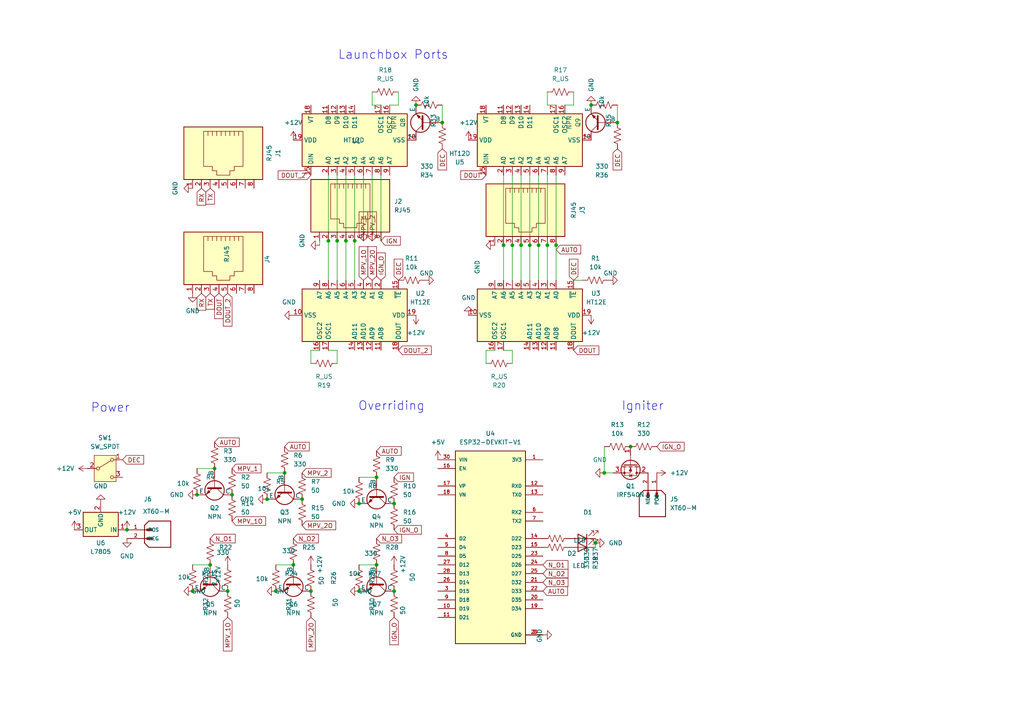
<source format=kicad_sch>
(kicad_sch (version 20250114) (generator "eeschema") (generator_version "9.0")
  (paper "A4")
  (lib_symbols
    (symbol "Connector:RJ45" (pin_names (offset 1.016))
      (property "Reference" "J" (at -5.08 13.97 0))
      (property "Value" "RJ45" (at 2.54 13.97 0))
      (symbol "RJ45_1_1"
        (pin passive line (at 10.16 10.16 180) (length 2.54) (name "~") (number "8"))
        (pin passive line (at 10.16 7.62 180) (length 2.54) (name "~") (number "7"))
        (pin passive line (at 10.16 5.08 180) (length 2.54) (name "~") (number "6"))
        (pin passive line (at 10.16 2.54 180) (length 2.54) (name "~") (number "5"))
        (pin passive line (at 10.16 0 180) (length 2.54) (name "~") (number "4"))
        (pin passive line (at 10.16 -2.54 180) (length 2.54) (name "~") (number "3"))
        (pin passive line (at 10.16 -5.08 180) (length 2.54) (name "~") (number "2"))
        (pin passive line (at 10.16 -7.62 180) (length 2.54) (name "~") (number "1"))
      )
    )
    (symbol "Device:LED" (pin_numbers (hide yes)) (pin_names (offset 1.016) (hide yes))
      (property "Reference" "D" (at 0 2.54 0))
      (property "Value" "LED" (at 0 -2.54 0))
      (symbol "LED_1_1"
        (pin passive line (at -3.81 0 0) (length 2.54) (name "K") (number "1"))
        (pin passive line (at 3.81 0 180) (length 2.54) (name "A") (number "2"))
      )
    )
    (symbol "Device:R_US" (pin_numbers (hide yes)) (pin_names (offset 0))
      (property "Reference" "R" (at 2.54 0 90))
      (property "Value" "R_US" (at -2.54 0 90))
      (symbol "R_US_1_1"
        (pin passive line (at 0 3.81 270) (length 1.27) (name "~") (number "1"))
        (pin passive line (at 0 -3.81 90) (length 1.27) (name "~") (number "2"))
      )
    )
    (symbol "GND_8" (power) (pin_names (offset 0))
      (property "Value" "GND_8" (at 0 -3.81 0))
      (symbol "GND_8_1_1"
        (pin power_in line (at 0 0 270) (length 0) (hide yes) (name "GND") (number "1"))
      )
    )
    (symbol "Interface:HT12D"
      (property "Reference" "U" (at -6.35 16.51 0))
      (property "Value" "HT12D" (at 6.35 16.51 0))
      (symbol "HT12D_1_1"
        (pin input line (at -10.16 12.7 0) (length 2.54) (name "DIN") (number "15"))
        (pin input line (at -10.16 7.62 0) (length 2.54) (name "A0") (number "2"))
        (pin input line (at -10.16 5.08 0) (length 2.54) (name "A1") (number "3"))
        (pin input line (at -10.16 2.54 0) (length 2.54) (name "A2") (number "4"))
        (pin input line (at -10.16 0 0) (length 2.54) (name "A3") (number "5"))
        (pin input line (at -10.16 -2.54 0) (length 2.54) (name "A4") (number "6"))
        (pin input line (at -10.16 -5.08 0) (length 2.54) (name "A5") (number "7"))
        (pin input line (at -10.16 -7.62 0) (length 2.54) (name "A6") (number "8"))
        (pin input line (at -10.16 -10.16 0) (length 2.54) (name "A7") (number "9"))
        (pin power_in line (at 0 17.78 270) (length 2.54) (name "VDD") (number "19"))
        (pin power_in line (at 0 -17.78 90) (length 2.54) (name "VSS") (number "10"))
        (pin no_connect line (at 7.62 -2.54 180) (length 2.54) (hide yes) (name "NC") (number "1"))
        (pin no_connect line (at 7.62 -5.08 180) (length 2.54) (hide yes) (name "NC") (number "20"))
        (pin output line (at 10.16 12.7 180) (length 2.54) (name "VT") (number "18"))
        (pin output line (at 10.16 7.62 180) (length 2.54) (name "D8") (number "11"))
        (pin output line (at 10.16 5.08 180) (length 2.54) (name "D9") (number "12"))
        (pin output line (at 10.16 2.54 180) (length 2.54) (name "D10") (number "13"))
        (pin output line (at 10.16 0 180) (length 2.54) (name "D11") (number "14"))
        (pin input line (at 10.16 -7.62 180) (length 2.54) (name "OSC1") (number "17"))
        (pin output line (at 10.16 -10.16 180) (length 2.54) (name "OSC2") (number "16"))
      )
    )
    (symbol "Interface:HT12E"
      (property "Reference" "U" (at -6.35 16.51 0))
      (property "Value" "HT12E" (at 6.35 16.51 0))
      (symbol "HT12E_1_1"
        (pin input line (at -10.16 12.7 0) (length 2.54) (name "~{TE}") (number "15"))
        (pin input line (at -10.16 7.62 0) (length 2.54) (name "A0") (number "2"))
        (pin input line (at -10.16 5.08 0) (length 2.54) (name "A1") (number "3"))
        (pin input line (at -10.16 2.54 0) (length 2.54) (name "A2") (number "4"))
        (pin input line (at -10.16 0 0) (length 2.54) (name "A3") (number "5"))
        (pin input line (at -10.16 -2.54 0) (length 2.54) (name "A4") (number "6"))
        (pin input line (at -10.16 -5.08 0) (length 2.54) (name "A5") (number "7"))
        (pin input line (at -10.16 -7.62 0) (length 2.54) (name "A6") (number "8"))
        (pin input line (at -10.16 -10.16 0) (length 2.54) (name "A7") (number "9"))
        (pin power_in line (at 0 17.78 270) (length 2.54) (name "VDD") (number "19"))
        (pin power_in line (at 0 -17.78 90) (length 2.54) (name "VSS") (number "10"))
        (pin no_connect line (at 7.62 -2.54 180) (length 2.54) (hide yes) (name "NC") (number "1"))
        (pin no_connect line (at 7.62 -5.08 180) (length 2.54) (hide yes) (name "NC") (number "20"))
        (pin output line (at 10.16 12.7 180) (length 2.54) (name "DOUT") (number "18"))
        (pin output line (at 10.16 7.62 180) (length 2.54) (name "AD8") (number "11"))
        (pin output line (at 10.16 5.08 180) (length 2.54) (name "AD9") (number "12"))
        (pin output line (at 10.16 2.54 180) (length 2.54) (name "AD10") (number "13"))
        (pin output line (at 10.16 0 180) (length 2.54) (name "AD11") (number "14"))
        (pin input line (at 10.16 -7.62 180) (length 2.54) (name "OSC1") (number "17"))
        (pin output line (at 10.16 -10.16 180) (length 2.54) (name "OSC2") (number "16"))
      )
    )
    (symbol "LaunchboxPCBLib:XT60-M" (pin_names (offset 1.016))
      (property "Reference" "J2" (at -3.81 7.62 0))
      (property "Value" "XT60-M" (at -3.81 5.08 0))
      (symbol "XT60-M_0_0"
        (pin passive line (at -5.08 2.54 0) (length 5.08) (name "POS") (number "1"))
        (pin passive line (at -5.08 0 0) (length 5.08) (name "NEG") (number "2"))
      )
    )
    (symbol "MyLibrary:ESP32-DEVKIT-V1" (pin_names (offset 1.016))
      (property "Reference" "U" (at -10.16 30.48 0))
      (property "Value" "ESP32-DEVKIT-V1" (at -10.16 -30.48 0))
      (symbol "ESP32-DEVKIT-V1_0_0"
        (pin input line (at -15.24 25.4 0) (length 5.08) (name "VIN") (number "30"))
        (pin input line (at -15.24 22.86 0) (length 5.08) (name "EN") (number "16"))
        (pin bidirectional line (at -15.24 17.78 0) (length 5.08) (name "VP") (number "17"))
        (pin bidirectional line (at -15.24 15.24 0) (length 5.08) (name "VN") (number "18"))
        (pin bidirectional line (at -15.24 2.54 0) (length 5.08) (name "D2") (number "4"))
        (pin bidirectional line (at -15.24 0 0) (length 5.08) (name "D4") (number "5"))
        (pin bidirectional line (at -15.24 -2.54 0) (length 5.08) (name "D5") (number "8"))
        (pin bidirectional line (at -15.24 -5.08 0) (length 5.08) (name "D12") (number "27"))
        (pin bidirectional line (at -15.24 -7.62 0) (length 5.08) (name "D13") (number "28"))
        (pin bidirectional line (at -15.24 -10.16 0) (length 5.08) (name "D14") (number "26"))
        (pin bidirectional line (at -15.24 -12.7 0) (length 5.08) (name "D15") (number "3"))
        (pin bidirectional line (at -15.24 -15.24 0) (length 5.08) (name "D18") (number "9"))
        (pin bidirectional line (at -15.24 -17.78 0) (length 5.08) (name "D19") (number "10"))
        (pin bidirectional line (at -15.24 -20.32 0) (length 5.08) (name "D21") (number "11"))
        (pin output line (at 15.24 25.4 180) (length 5.08) (name "3V3") (number "1"))
        (pin input line (at 15.24 17.78 180) (length 5.08) (name "RX0") (number "12"))
        (pin output line (at 15.24 15.24 180) (length 5.08) (name "TX0") (number "13"))
        (pin input line (at 15.24 10.16 180) (length 5.08) (name "RX2") (number "6"))
        (pin output line (at 15.24 7.62 180) (length 5.08) (name "TX2") (number "7"))
        (pin bidirectional line (at 15.24 2.54 180) (length 5.08) (name "D22") (number "14"))
        (pin bidirectional line (at 15.24 0 180) (length 5.08) (name "D23") (number "15"))
        (pin bidirectional line (at 15.24 -2.54 180) (length 5.08) (name "D25") (number "23"))
        (pin bidirectional line (at 15.24 -5.08 180) (length 5.08) (name "D26") (number "24"))
        (pin bidirectional line (at 15.24 -7.62 180) (length 5.08) (name "D27") (number "25"))
        (pin bidirectional line (at 15.24 -10.16 180) (length 5.08) (name "D32") (number "21"))
        (pin bidirectional line (at 15.24 -12.7 180) (length 5.08) (name "D33") (number "22"))
        (pin bidirectional line (at 15.24 -15.24 180) (length 5.08) (name "D35") (number "20"))
        (pin bidirectional line (at 15.24 -17.78 180) (length 5.08) (name "D34") (number "19"))
        (pin power_in line (at 15.24 -25.4 180) (length 5.08) (name "GND") (number "2"))
        (pin power_in line (at 15.24 -25.4 180) (length 5.08) (name "GND") (number "29"))
      )
    )
    (symbol "Regulator_Linear:L7805" (pin_names (offset 0.254))
      (property "Reference" "U" (at -3.81 3.175 0))
      (property "Value" "L7805" (at 0 3.175 0))
      (symbol "L7805_1_1"
        (pin power_in line (at -7.62 0 0) (length 2.54) (name "IN") (number "1"))
        (pin power_in line (at 0 -7.62 90) (length 2.54) (name "GND") (number "2"))
        (pin power_out line (at 7.62 0 180) (length 2.54) (name "OUT") (number "3"))
      )
    )
    (symbol "Simulation_SPICE:NPN" (pin_numbers (hide yes)) (pin_names (offset 0))
      (property "Reference" "Q" (at -2.54 7.62 0))
      (property "Value" "NPN" (at -2.54 5.08 0))
      (symbol "NPN_1_1"
        (pin input line (at -5.08 0 0) (length 2.54) (name "B") (number "2"))
        (pin open_collector line (at 2.54 5.08 270) (length 2.54) (name "C") (number "1"))
        (pin open_emitter line (at 2.54 -5.08 90) (length 2.54) (name "E") (number "3"))
      )
    )
    (symbol "Switch:SW_SPDT" (pin_names (offset 0) (hide yes))
      (property "Reference" "SW" (at 0 5.08 0))
      (property "Value" "SW_SPDT" (at 0 -5.08 0))
      (symbol "SW_SPDT_1_1"
        (pin passive line (at -5.08 0 0) (length 2.54) (name "B") (number "2"))
        (pin passive line (at 5.08 2.54 180) (length 2.54) (name "A") (number "1"))
        (pin passive line (at 5.08 -2.54 180) (length 2.54) (name "C") (number "3"))
      )
    )
    (symbol "Transistor_FET:IRF540N" (pin_names (hide yes))
      (property "Reference" "Q" (at 5.08 1.905 0))
      (property "Value" "IRF540N" (at 5.08 0 0))
      (symbol "IRF540N_1_1"
        (pin input line (at -5.08 0 0) (length 2.54) (name "G") (number "1"))
        (pin passive line (at 2.54 5.08 270) (length 2.54) (name "D") (number "2"))
        (pin passive line (at 2.54 -5.08 90) (length 2.54) (name "S") (number "3"))
      )
    )
    (symbol "power:+12V" (power) (pin_numbers (hide yes)) (pin_names (offset 0) (hide yes))
      (property "Value" "+12V" (at 0 3.556 0))
      (symbol "+12V_1_1"
        (pin power_in line (at 0 0 90) (length 0) (name "~") (number "1"))
      )
    )
    (symbol "power:+5V" (power) (pin_numbers (hide yes)) (pin_names (offset 0) (hide yes))
      (property "Value" "+5V" (at 0 3.556 0))
      (symbol "+5V_1_1"
        (pin power_in line (at 0 0 90) (length 0) (name "~") (number "1"))
      )
    )
    (symbol "power:GND" (power) (pin_numbers (hide yes)) (pin_names (offset 0) (hide yes))
      (property "Value" "GND" (at 0 -3.81 0))
      (symbol "GND_1_1"
        (pin power_in line (at 0 0 270) (length 0) (name "~") (number "1"))
      )
    )
  )
  (text "Power" (at 32.004 118.364 0) (effects (font (size 2.54 2.54))))
  (text "Igniter\n" (at 186.436 117.856 0) (effects (font (size 2.54 2.54))))
  (text "Overriding" (at 113.538 117.856 0) (effects (font (size 2.54 2.54))))
  (text "Launchbox Ports" (at 114.046 16.002 0) (effects (font (size 2.54 2.54))))
  (junction (at 36.83 153.67))
  (junction (at 67.31 143.51))
  (junction (at 82.55 137.16))
  (junction (at 102.87 69.85))
  (junction (at 97.79 69.85))
  (junction (at 104.14 171.45))
  (junction (at 104.14 146.05))
  (junction (at 146.05 71.12))
  (junction (at 55.88 171.45))
  (junction (at 90.17 171.45))
  (junction (at 62.23 135.89))
  (junction (at 80.01 171.45))
  (junction (at 87.63 144.78))
  (junction (at 175.26 137.16))
  (junction (at 120.65 30.48))
  (junction (at 172.72 157.48))
  (junction (at 66.04 171.45))
  (junction (at 60.96 163.83))
  (junction (at 148.59 71.12))
  (junction (at 128.27 35.56))
  (junction (at 85.09 163.83))
  (junction (at 95.25 69.85))
  (junction (at 161.29 71.12))
  (junction (at 114.3 171.45))
  (junction (at 114.3 146.05))
  (junction (at 153.67 71.12))
  (junction (at 179.07 35.56))
  (junction (at 151.13 71.12))
  (junction (at 158.75 71.12))
  (junction (at 109.22 138.43))
  (junction (at 100.33 69.85))
  (junction (at 156.21 71.12))
  (junction (at 182.88 129.54))
  (junction (at 77.47 144.78))
  (junction (at 57.15 143.51))
  (junction (at 109.22 163.83))
  (junction (at 171.45 30.48))
  (wire (pts (xy 146.05 101.6) (xy 148.59 101.6)))
  (wire (pts (xy 77.47 137.16) (xy 82.55 137.16)))
  (wire (pts (xy 100.33 69.85) (xy 100.33 81.28)))
  (wire (pts (xy 158.75 50.8) (xy 158.75 71.12)))
  (wire (pts (xy 148.59 50.8) (xy 148.59 71.12)))
  (wire (pts (xy 90.17 101.6) (xy 90.17 105.41)))
  (wire (pts (xy 163.83 30.48) (xy 166.37 30.48)))
  (wire (pts (xy 172.72 156.21) (xy 172.72 157.48)))
  (wire (pts (xy 153.67 71.12) (xy 153.67 81.28)))
  (wire (pts (xy 92.71 101.6) (xy 90.17 101.6)))
  (wire (pts (xy 148.59 101.6) (xy 148.59 105.41)))
  (wire (pts (xy 107.95 30.48) (xy 107.95 26.67)))
  (wire (pts (xy 151.13 71.12) (xy 151.13 81.28)))
  (wire (pts (xy 140.97 101.6) (xy 140.97 105.41)))
  (wire (pts (xy 102.87 69.85) (xy 102.87 81.28)))
  (wire (pts (xy 92.71 69.85) (xy 92.71 71.12)))
  (wire (pts (xy 172.72 157.48) (xy 172.72 158.75)))
  (wire (pts (xy 110.49 50.8) (xy 110.49 69.85)))
  (wire (pts (xy 161.29 50.8) (xy 161.29 71.12)))
  (wire (pts (xy 107.95 50.8) (xy 107.95 69.85)))
  (wire (pts (xy 158.75 71.12) (xy 158.75 81.28)))
  (wire (pts (xy 153.67 50.8) (xy 153.67 71.12)))
  (wire (pts (xy 158.75 30.48) (xy 158.75 26.67)))
  (wire (pts (xy 161.29 71.12) (xy 161.29 81.28)))
  (wire (pts (xy 105.41 50.8) (xy 105.41 69.85)))
  (wire (pts (xy 115.57 30.48) (xy 115.57 26.67)))
  (wire (pts (xy 175.26 129.54) (xy 175.26 137.16)))
  (wire (pts (xy 97.79 69.85) (xy 97.79 81.28)))
  (wire (pts (xy 161.29 30.48) (xy 158.75 30.48)))
  (wire (pts (xy 95.25 101.6) (xy 97.79 101.6)))
  (wire (pts (xy 104.14 138.43) (xy 109.22 138.43)))
  (wire (pts (xy 95.25 69.85) (xy 95.25 81.28)))
  (wire (pts (xy 95.25 50.8) (xy 95.25 69.85)))
  (wire (pts (xy 146.05 50.8) (xy 146.05 71.12)))
  (wire (pts (xy 151.13 50.8) (xy 151.13 71.12)))
  (wire (pts (xy 168.91 81.28) (xy 166.37 81.28)))
  (wire (pts (xy 179.07 30.48) (xy 179.07 35.56)))
  (wire (pts (xy 80.01 163.83) (xy 85.09 163.83)))
  (wire (pts (xy 156.21 71.12) (xy 156.21 81.28)))
  (wire (pts (xy 166.37 30.48) (xy 166.37 26.67)))
  (wire (pts (xy 128.27 30.48) (xy 128.27 35.56)))
  (wire (pts (xy 148.59 71.12) (xy 148.59 81.28)))
  (wire (pts (xy 110.49 30.48) (xy 107.95 30.48)))
  (wire (pts (xy 102.87 50.8) (xy 102.87 69.85)))
  (wire (pts (xy 100.33 50.8) (xy 100.33 69.85)))
  (wire (pts (xy 143.51 101.6) (xy 140.97 101.6)))
  (wire (pts (xy 175.26 137.16) (xy 177.8 137.16)))
  (wire (pts (xy 55.88 163.83) (xy 60.96 163.83)))
  (wire (pts (xy 104.14 163.83) (xy 109.22 163.83)))
  (wire (pts (xy 113.03 30.48) (xy 115.57 30.48)))
  (wire (pts (xy 97.79 101.6) (xy 97.79 105.41)))
  (wire (pts (xy 156.21 50.8) (xy 156.21 71.12)))
  (wire (pts (xy 97.79 50.8) (xy 97.79 69.85)))
  (wire (pts (xy 146.05 71.12) (xy 146.05 81.28)))
  (wire (pts (xy 57.15 135.89) (xy 62.23 135.89)))
  (global_label "AUTO" (shape input) (at 157.48 171.45 0) (property "Intersheetrefs" "${INTERSHEET_REFS}" (effects (hide yes))))
  (global_label "IGN_O" (shape input) (at 110.49 81.28 90) (property "Intersheetrefs" "${INTERSHEET_REFS}" (effects (hide yes))))
  (global_label "RX" (shape input) (at 58.42 54.61 270) (property "Intersheetrefs" "${INTERSHEET_REFS}" (effects (hide yes))))
  (global_label "TX" (shape input) (at 60.96 54.61 270) (property "Intersheetrefs" "${INTERSHEET_REFS}" (effects (hide yes))))
  (global_label "DOUT_2" (shape input) (at 115.57 101.6 0) (property "Intersheetrefs" "${INTERSHEET_REFS}" (effects (hide yes))))
  (global_label "AUTO" (shape input) (at 109.22 130.81 0) (property "Intersheetrefs" "${INTERSHEET_REFS}" (effects (hide yes))))
  (global_label "IGN_O" (shape input) (at 114.3 179.07 270) (property "Intersheetrefs" "${INTERSHEET_REFS}" (effects (hide yes))))
  (global_label "IGN" (shape input) (at 110.49 69.85 0) (property "Intersheetrefs" "${INTERSHEET_REFS}" (effects (hide yes))))
  (global_label "N_O3" (shape input) (at 109.22 156.21 0) (property "Intersheetrefs" "${INTERSHEET_REFS}" (effects (hide yes))))
  (global_label "MPV_2" (shape input) (at 87.63 137.16 0) (property "Intersheetrefs" "${INTERSHEET_REFS}" (effects (hide yes))))
  (global_label "MPV_1" (shape input) (at 67.31 135.89 0) (property "Intersheetrefs" "${INTERSHEET_REFS}" (effects (hide yes))))
  (global_label "TX" (shape input) (at 60.96 85.09 270) (property "Intersheetrefs" "${INTERSHEET_REFS}" (effects (hide yes))))
  (global_label "DEC" (shape input) (at 35.56 133.35 0) (property "Intersheetrefs" "${INTERSHEET_REFS}" (effects (hide yes))))
  (global_label "N_O1" (shape input) (at 60.96 156.21 0) (property "Intersheetrefs" "${INTERSHEET_REFS}" (effects (hide yes))))
  (global_label "DEC" (shape input) (at 115.57 81.28 90) (property "Intersheetrefs" "${INTERSHEET_REFS}" (effects (hide yes))))
  (global_label "DEC" (shape input) (at 128.27 43.18 270) (property "Intersheetrefs" "${INTERSHEET_REFS}" (effects (hide yes))))
  (global_label "MPV_1" (shape input) (at 105.41 69.85 90) (property "Intersheetrefs" "${INTERSHEET_REFS}" (effects (hide yes))))
  (global_label "N_O1" (shape input) (at 157.48 163.83 0) (property "Intersheetrefs" "${INTERSHEET_REFS}" (effects (hide yes))))
  (global_label "DEC" (shape input) (at 179.07 43.18 270) (property "Intersheetrefs" "${INTERSHEET_REFS}" (effects (hide yes))))
  (global_label "IGN_O" (shape input) (at 114.3 153.67 0) (property "Intersheetrefs" "${INTERSHEET_REFS}" (effects (hide yes))))
  (global_label "DEC" (shape input) (at 166.37 81.28 90) (property "Intersheetrefs" "${INTERSHEET_REFS}" (effects (hide yes))))
  (global_label "DOUT" (shape input) (at 63.5 85.09 270) (property "Intersheetrefs" "${INTERSHEET_REFS}" (effects (hide yes))))
  (global_label "MPV_1O" (shape input) (at 67.31 151.13 0) (property "Intersheetrefs" "${INTERSHEET_REFS}" (effects (hide yes))))
  (global_label "AUTO" (shape input) (at 62.23 128.27 0) (property "Intersheetrefs" "${INTERSHEET_REFS}" (effects (hide yes))))
  (global_label "MPV_2O" (shape input) (at 107.95 81.28 90) (property "Intersheetrefs" "${INTERSHEET_REFS}" (effects (hide yes))))
  (global_label "DOUT" (shape input) (at 140.97 50.8 180) (property "Intersheetrefs" "${INTERSHEET_REFS}" (effects (hide yes))))
  (global_label "RX" (shape input) (at 58.42 85.09 270) (property "Intersheetrefs" "${INTERSHEET_REFS}" (effects (hide yes))))
  (global_label "N_O3" (shape input) (at 157.48 168.91 0) (property "Intersheetrefs" "${INTERSHEET_REFS}" (effects (hide yes))))
  (global_label "IGN" (shape input) (at 114.3 138.43 0) (property "Intersheetrefs" "${INTERSHEET_REFS}" (effects (hide yes))))
  (global_label "MPV_1O" (shape input) (at 105.41 81.28 90) (property "Intersheetrefs" "${INTERSHEET_REFS}" (effects (hide yes))))
  (global_label "MPV_2O" (shape input) (at 90.17 179.07 270) (property "Intersheetrefs" "${INTERSHEET_REFS}" (effects (hide yes))))
  (global_label "DOUT_2" (shape input) (at 90.17 50.8 180) (property "Intersheetrefs" "${INTERSHEET_REFS}" (effects (hide yes))))
  (global_label "MPV_2O" (shape input) (at 87.63 152.4 0) (property "Intersheetrefs" "${INTERSHEET_REFS}" (effects (hide yes))))
  (global_label "DOUT" (shape input) (at 166.37 101.6 0) (property "Intersheetrefs" "${INTERSHEET_REFS}" (effects (hide yes))))
  (global_label "IGN_O" (shape input) (at 190.5 129.54 0) (property "Intersheetrefs" "${INTERSHEET_REFS}" (effects (hide yes))))
  (global_label "AUTO" (shape input) (at 161.29 72.39 0) (property "Intersheetrefs" "${INTERSHEET_REFS}" (effects (hide yes))))
  (global_label "AUTO" (shape input) (at 82.55 129.54 0) (property "Intersheetrefs" "${INTERSHEET_REFS}" (effects (hide yes))))
  (global_label "N_O2" (shape input) (at 85.09 156.21 0) (property "Intersheetrefs" "${INTERSHEET_REFS}" (effects (hide yes))))
  (global_label "N_O2" (shape input) (at 157.48 166.37 0) (property "Intersheetrefs" "${INTERSHEET_REFS}" (effects (hide yes))))
  (global_label "DOUT_2" (shape input) (at 66.04 85.09 270) (property "Intersheetrefs" "${INTERSHEET_REFS}" (effects (hide yes))))
  (global_label "MPV_2" (shape input) (at 107.95 69.85 90) (property "Intersheetrefs" "${INTERSHEET_REFS}" (effects (hide yes))))
  (global_label "MPV_1O" (shape input) (at 66.04 179.07 270) (property "Intersheetrefs" "${INTERSHEET_REFS}" (effects (hide yes))))
  (symbol (lib_id "Device:R_US") (at 161.29 158.75 270) (unit 1)
    (property "Reference" "R38" (at 172.7201 161.29 0) (effects (justify left)))
    (property "Value" "330" (at 170.1801 161.29 0) (effects (justify left)))
    (property "Footprint" "Resistor_THT:R_Axial_DIN0207_L6.3mm_D2.5mm_P10.16mm_Horizontal" (effects (hide yes)))
    (property "Description" "Resistor, US symbol" (effects (hide yes)))
  )
  (symbol (lib_id "power:GND") (at 80.01 171.45 270) (unit 1)
    (property "Reference" "#PWR029" (effects (hide yes)))
    (property "Value" "GND" (at 83.82 171.4499 90) (effects (justify right)))
    (property "Description" "Power symbol creates a global label with name \"GND\" , ground" (effects (hide yes)))
  )
  (symbol (lib_name "GND_8") (lib_id "power:GND") (at 55.88 85.09 0) (unit 1)
    (property "Reference" "#PWR05" (effects (hide yes)))
    (property "Value" "GND" (at 55.88 90.17 0))
  )
  (symbol (lib_id "power:GND") (at 143.51 71.12 270) (unit 1)
    (property "Reference" "#PWR03" (effects (hide yes)))
    (property "Value" "GND" (at 138.43 77.47 0))
    (property "Description" "Power symbol creates a global label with name \"GND\" , ground" (effects (hide yes)))
  )
  (symbol (lib_id "power:+12V") (at 90.17 163.83 0) (unit 1)
    (property "Reference" "#PWR030" (effects (hide yes)))
    (property "Value" "+12V" (at 92.7099 166.37 90) (effects (justify left)))
    (property "Description" "Power symbol creates a global label with name \"+12V\"" (effects (hide yes)))
  )
  (symbol (lib_id "Connector:RJ45") (at 151.13 60.96 270) (unit 1)
    (property "Reference" "J3" (at 168.91 60.96 0))
    (property "Value" "RJ45" (at 166.37 60.96 0))
    (property "Footprint" "Connector_RJ:RJ45_Amphenol_54602-x08_Horizontal" (effects (hide yes)))
    (property "Description" "RJ connector, 8P8C (8 positions 8 connected)" (effects (hide yes)))
  )
  (symbol (lib_id "Switch:SW_SPDT") (at 30.48 135.89 0) (unit 1)
    (property "Reference" "SW1" (at 30.48 127 0))
    (property "Value" "SW_SPDT" (at 30.48 129.54 0))
    (property "Footprint" "Launchbox:SPDT_Slide_Switch" (effects (hide yes)))
    (property "Description" "Switch, single pole double throw" (effects (hide yes)))
  )
  (symbol (lib_id "Device:R_US") (at 67.31 147.32 0) (unit 1)
    (property "Reference" "R14" (at 69.85 146.0499 0) (effects (justify left)))
    (property "Value" "50" (at 69.85 148.5899 0) (effects (justify left)))
    (property "Footprint" "Resistor_THT:R_Axial_DIN0207_L6.3mm_D2.5mm_P10.16mm_Horizontal" (effects (hide yes)))
    (property "Description" "Resistor, US symbol" (effects (hide yes)))
  )
  (symbol (lib_id "Device:R_US") (at 128.27 39.37 180) (unit 1)
    (property "Reference" "R34" (at 125.73 50.8001 0) (effects (justify left)))
    (property "Value" "330" (at 125.73 48.2601 0) (effects (justify left)))
    (property "Footprint" "Resistor_THT:R_Axial_DIN0207_L6.3mm_D2.5mm_P10.16mm_Horizontal" (effects (hide yes)))
    (property "Description" "Resistor, US symbol" (effects (hide yes)))
  )
  (symbol (lib_id "Device:LED") (at 168.91 158.75 180) (unit 1)
    (property "Reference" "D2" (at 165.862 160.528 0))
    (property "Value" "LED" (at 167.894 164.084 0))
    (property "Footprint" "LED_THT:LED_D3.0mm" (effects (hide yes)))
    (property "Description" "Light emitting diode" (effects (hide yes)))
    (property "Sim.Pins" "1=K 2=A" (effects (hide yes)))
  )
  (symbol (lib_id "Device:R_US") (at 179.07 129.54 90) (unit 1)
    (property "Reference" "R13" (at 179.07 123.19 90))
    (property "Value" "10k" (at 179.07 125.73 90))
    (property "Footprint" "Resistor_THT:R_Axial_DIN0207_L6.3mm_D2.5mm_P10.16mm_Horizontal" (effects (hide yes)))
    (property "Description" "Resistor, US symbol" (effects (hide yes)))
  )
  (symbol (lib_id "MyLibrary:ESP32-DEVKIT-V1") (at 142.24 158.75 0) (unit 1)
    (property "Reference" "U4" (at 142.24 125.73 0))
    (property "Value" "ESP32-DEVKIT-V1" (at 142.24 128.27 0))
    (property "Footprint" "Launchbox:MODULE_ESP32_DEVKIT_V1" (effects (hide yes)))
    (property "MF" "Do it" (effects (hide yes)))
    (property "MAXIMUM_PACKAGE_HEIGHT" "6.8 mm" (effects (hide yes)))
    (property "Package" "None" (effects (hide yes)))
    (property "Price" "None" (effects (hide yes)))
    (property "Check_prices" "https://www.snapeda.com/parts/ESP32-DEVKIT-V1/Do+it/view-part/?ref=eda" (effects (hide yes)))
    (property "STANDARD" "Manufacturer Recommendations" (effects (hide yes)))
    (property "PARTREV" "N/A" (effects (hide yes)))
    (property "SnapEDA_Link" "https://www.snapeda.com/parts/ESP32-DEVKIT-V1/Do+it/view-part/?ref=snap" (effects (hide yes)))
    (property "MP" "ESP32-DEVKIT-V1" (effects (hide yes)))
    (property "Description_1" "Dual core, Wi-Fi: 2.4 GHz up to 150 Mbits/s,BLE (Bluetooth Low Energy) and legacy Bluetooth, 32 bits, Up to 240 MHz" (effects (hide yes)))
    (property "Availability" "Not in stock" (effects (hide yes)))
    (property "MANUFACTURER" "DOIT" (effects (hide yes)))
  )
  (symbol (lib_id "Device:LED") (at 168.91 156.21 180) (unit 1)
    (property "Reference" "D1" (at 170.4975 148.59 0))
    (property "Value" "LED" (at 168.148 156.718 0))
    (property "Footprint" "LED_THT:LED_D3.0mm" (effects (hide yes)))
    (property "Description" "Light emitting diode" (effects (hide yes)))
    (property "Sim.Pins" "1=K 2=A" (effects (hide yes)))
  )
  (symbol (lib_id "Connector:RJ45") (at 63.5 44.45 270) (unit 1)
    (property "Reference" "J1" (at 80.6076 44.45 0))
    (property "Value" "RJ45" (at 78.0676 44.45 0))
    (property "Footprint" "Connector_RJ:RJ45_Amphenol_54602-x08_Horizontal" (effects (hide yes)))
    (property "Description" "RJ connector, 8P8C (8 positions 8 connected)" (effects (hide yes)))
  )
  (symbol (lib_id "Connector:RJ45") (at 63.5 74.93 270) (unit 1)
    (property "Reference" "J4" (at 77.47 75.184 0))
    (property "Value" "RJ45" (at 65.786 73.66 0))
    (property "Footprint" "Connector_RJ:RJ45_Amphenol_54602-x08_Horizontal" (effects (hide yes)))
    (property "Description" "RJ connector, 8P8C (8 positions 8 connected)" (effects (hide yes)))
  )
  (symbol (lib_name "GND_8") (lib_id "power:GND") (at 157.48 184.15 90) (unit 1)
    (property "Reference" "#PWR07" (effects (hide yes)))
    (property "Value" "GND" (at 156.464 184.404 0))
  )
  (symbol (lib_id "power:GND") (at 172.72 157.48 90) (unit 1)
    (property "Reference" "#PWR019" (effects (hide yes)))
    (property "Value" "GND" (at 176.53 157.4799 90) (effects (justify right)))
    (property "Description" "Power symbol creates a global label with name \"GND\" , ground" (effects (hide yes)))
  )
  (symbol (lib_id "Device:R_US") (at 186.69 129.54 90) (unit 1)
    (property "Reference" "R12" (at 186.69 123.19 90))
    (property "Value" "330" (at 186.69 125.73 90))
    (property "Footprint" "Resistor_THT:R_Axial_DIN0207_L6.3mm_D2.5mm_P10.16mm_Horizontal" (effects (hide yes)))
    (property "Description" "Resistor, US symbol" (effects (hide yes)))
  )
  (symbol (lib_id "power:GND") (at 104.14 146.05 270) (unit 1)
    (property "Reference" "#PWR014" (effects (hide yes)))
    (property "Value" "GND" (at 100.33 146.0499 90) (effects (justify right)))
    (property "Description" "Power symbol creates a global label with name \"GND\" , ground" (effects (hide yes)))
  )
  (symbol (lib_id "Device:R_US") (at 62.23 132.08 0) (unit 1)
    (property "Reference" "R3" (at 64.77 130.8099 0) (effects (justify left)))
    (property "Value" "330" (at 64.77 133.3499 0) (effects (justify left)))
    (property "Footprint" "Resistor_THT:R_Axial_DIN0207_L6.3mm_D2.5mm_P10.16mm_Horizontal" (effects (hide yes)))
    (property "Description" "Resistor, US symbol" (effects (hide yes)))
  )
  (symbol (lib_id "Connector:RJ45") (at 100.33 59.69 270) (unit 1)
    (property "Reference" "J2" (at 114.3 58.4199 90) (effects (justify left)))
    (property "Value" "RJ45" (at 114.3 60.9599 90) (effects (justify left)))
    (property "Footprint" "Connector_RJ:RJ45_Amphenol_54602-x08_Horizontal" (effects (hide yes)))
    (property "Description" "RJ connector, 8P8C (8 positions 8 connected)" (effects (hide yes)))
  )
  (symbol (lib_id "Simulation_SPICE:NPN") (at 109.22 143.51 270) (unit 1)
    (property "Reference" "Q4" (at 109.22 149.86 90))
    (property "Value" "NPN" (at 109.22 152.4 90))
    (property "Footprint" "Package_TO_SOT_THT:TO-92" (effects (hide yes)))
    (property "Datasheet" "https://ngspice.sourceforge.io/docs/ngspice-html-manual/manual.xhtml#cha_BJTs" (effects (hide yes)))
    (property "Description" "Bipolar transistor symbol for simulation only, substrate tied to the emitter" (effects (hide yes)))
    (property "Sim.Device" "NPN" (effects (hide yes)))
    (property "Sim.Type" "GUMMELPOON" (effects (hide yes)))
    (property "Sim.Pins" "1=C 2=B 3=E" (effects (hide yes)))
  )
  (symbol (lib_id "Device:R_US") (at 119.38 81.28 90) (unit 1)
    (property "Reference" "R11" (at 119.38 74.93 90))
    (property "Value" "10k" (at 119.38 77.47 90))
    (property "Footprint" "Resistor_THT:R_Axial_DIN0207_L6.3mm_D2.5mm_P10.16mm_Horizontal" (effects (hide yes)))
    (property "Description" "Resistor, US symbol" (effects (hide yes)))
  )
  (symbol (lib_id "Device:R_US") (at 114.3 142.24 0) (unit 1)
    (property "Reference" "R10" (at 116.84 140.9699 0) (effects (justify left)))
    (property "Value" "50" (at 116.84 143.5099 0) (effects (justify left)))
    (property "Footprint" "Resistor_THT:R_Axial_DIN0207_L6.3mm_D2.5mm_P10.16mm_Horizontal" (effects (hide yes)))
    (property "Description" "Resistor, US symbol" (effects (hide yes)))
  )
  (symbol (lib_id "power:GND") (at 135.89 91.44 180) (unit 1)
    (property "Reference" "#PWR011" (effects (hide yes)))
    (property "Value" "GND" (at 135.89 86.36 0))
    (property "Description" "Power symbol creates a global label with name \"GND\" , ground" (effects (hide yes)))
  )
  (symbol (lib_id "Device:R_US") (at 60.96 160.02 0) (unit 1)
    (property "Reference" "R22" (at 63.5 158.7499 0) (effects (justify left)))
    (property "Value" "330" (at 62.738 160.274 0) (effects (justify left)))
    (property "Footprint" "Resistor_THT:R_Axial_DIN0207_L6.3mm_D2.5mm_P10.16mm_Horizontal" (effects (hide yes)))
    (property "Description" "Resistor, US symbol" (effects (hide yes)))
  )
  (symbol (lib_id "Device:R_US") (at 114.3 175.26 180) (unit 1)
    (property "Reference" "R30" (at 107.95 175.26 90))
    (property "Value" "50" (at 116.84 177.038 90))
    (property "Footprint" "Resistor_THT:R_Axial_DIN0207_L6.3mm_D2.5mm_P10.16mm_Horizontal" (effects (hide yes)))
    (property "Description" "Resistor, US symbol" (effects (hide yes)))
  )
  (symbol (lib_id "Device:R_US") (at 57.15 139.7 0) (unit 1)
    (property "Reference" "R4" (at 59.69 138.4299 0) (effects (justify left)))
    (property "Value" "10k" (at 51.308 140.208 0) (effects (justify left)))
    (property "Footprint" "Resistor_THT:R_Axial_DIN0207_L6.3mm_D2.5mm_P10.16mm_Horizontal" (effects (hide yes)))
    (property "Description" "Resistor, US symbol" (effects (hide yes)))
  )
  (symbol (lib_id "Device:R_US") (at 66.04 175.26 180) (unit 1)
    (property "Reference" "R32" (at 59.69 175.26 90))
    (property "Value" "50" (at 68.834 175.006 90))
    (property "Footprint" "Resistor_THT:R_Axial_DIN0207_L6.3mm_D2.5mm_P10.16mm_Horizontal" (effects (hide yes)))
    (property "Description" "Resistor, US symbol" (effects (hide yes)))
  )
  (symbol (lib_id "Device:R_US") (at 114.3 149.86 0) (unit 1)
    (property "Reference" "R16" (at 116.84 148.5899 0) (effects (justify left)))
    (property "Value" "50" (at 116.84 151.1299 0) (effects (justify left)))
    (property "Footprint" "Resistor_THT:R_Axial_DIN0207_L6.3mm_D2.5mm_P10.16mm_Horizontal" (effects (hide yes)))
    (property "Description" "Resistor, US symbol" (effects (hide yes)))
  )
  (symbol (lib_id "power:GND") (at 171.45 30.48 180) (unit 1)
    (property "Reference" "#PWR018" (effects (hide yes)))
    (property "Value" "GND" (at 171.4501 26.67 90) (effects (justify right)))
    (property "Description" "Power symbol creates a global label with name \"GND\" , ground" (effects (hide yes)))
  )
  (symbol (lib_id "Device:R_US") (at 90.17 175.26 180) (unit 1)
    (property "Reference" "R31" (at 83.82 175.26 90))
    (property "Value" "50" (at 97.282 174.752 90))
    (property "Footprint" "Resistor_THT:R_Axial_DIN0207_L6.3mm_D2.5mm_P10.16mm_Horizontal" (effects (hide yes)))
    (property "Description" "Resistor, US symbol" (effects (hide yes)))
  )
  (symbol (lib_id "power:GND") (at 55.88 171.45 270) (unit 1)
    (property "Reference" "#PWR02" (effects (hide yes)))
    (property "Value" "GND" (at 59.69 171.4499 90) (effects (justify right)))
    (property "Description" "Power symbol creates a global label with name \"GND\" , ground" (effects (hide yes)))
  )
  (symbol (lib_id "Transistor_FET:IRF540N") (at 182.88 134.62 270) (unit 1)
    (property "Reference" "Q1" (at 182.88 140.97 90))
    (property "Value" "IRF540N" (at 182.88 143.51 90))
    (property "Footprint" "Package_TO_SOT_THT:TO-220-3_Vertical" (effects (hide yes)))
    (property "Datasheet" "http://www.irf.com/product-info/datasheets/data/irf540n.pdf" (effects (hide yes)))
    (property "Description" "33A Id, 100V Vds, HEXFET N-Channel MOSFET, TO-220" (effects (hide yes)))
  )
  (symbol (lib_id "Regulator_Linear:L7805") (at 29.21 153.67 180) (unit 1)
    (property "Reference" "U6" (at 29.21 157.48 0))
    (property "Value" "L7805" (at 29.21 160.02 0))
    (property "Footprint" "Package_TO_SOT_THT:TO-220-3_Vertical" (effects (hide yes)))
    (property "Datasheet" "http://www.st.com/content/ccc/resource/technical/document/datasheet/41/4f/b3/b0/12/d4/47/88/CD00000444.pdf/files/CD00000444.pdf/jcr:content/translations/en.CD00000444.pdf" (effects (hide yes)))
    (property "Description" "Positive 1.5A 35V Linear Regulator, Fixed Output 5V, TO-220/TO-263/TO-252" (effects (hide yes)))
  )
  (symbol (lib_id "power:+12V") (at 85.09 40.64 0) (unit 1)
    (property "Reference" "#PWR022" (effects (hide yes)))
    (property "Value" "+12V" (at 85.09 35.56 0))
    (property "Description" "Power symbol creates a global label with name \"+12V\"" (effects (hide yes)))
  )
  (symbol (lib_id "power:+12V") (at 36.83 153.67 0) (unit 1)
    (property "Reference" "#PWR020" (effects (hide yes)))
    (property "Value" "+12V" (at 36.83 148.59 0))
    (property "Description" "Power symbol creates a global label with name \"+12V\"" (effects (hide yes)))
  )
  (symbol (lib_id "power:GND") (at 175.26 137.16 270) (unit 1)
    (property "Reference" "#PWR023" (effects (hide yes)))
    (property "Value" "GND" (at 173.99 133.35 90))
    (property "Description" "Power symbol creates a global label with name \"GND\" , ground" (effects (hide yes)))
  )
  (symbol (lib_id "Interface:HT12D") (at 102.87 40.64 90) (unit 1)
    (property "Reference" "U1" (at 103.378 40.894 90))
    (property "Value" "HT12D" (at 102.616 40.64 90))
    (property "Footprint" "Package_DIP:CERDIP-18_W7.62mm_SideBrazed" (effects (hide yes)))
    (property "Datasheet" "https://www.holtek.com/documents/10179/116711/2_12dv120.pdf" (effects (hide yes)))
    (property "Description" "2^12 serial decoder, SOP-20" (effects (hide yes)))
  )
  (symbol (lib_id "Device:R_US") (at 85.09 160.02 0) (unit 1)
    (property "Reference" "R25" (at 87.63 158.7499 0) (effects (justify left)))
    (property "Value" "330" (at 81.788 159.766 0) (effects (justify left)))
    (property "Footprint" "Resistor_THT:R_Axial_DIN0207_L6.3mm_D2.5mm_P10.16mm_Horizontal" (effects (hide yes)))
    (property "Description" "Resistor, US symbol" (effects (hide yes)))
  )
  (symbol (lib_id "power:GND") (at 176.53 81.28 90) (unit 1)
    (property "Reference" "#PWR04" (effects (hide yes)))
    (property "Value" "GND" (at 175.006 79.248 90) (effects (justify right)))
    (property "Description" "Power symbol creates a global label with name \"GND\" , ground" (effects (hide yes)))
  )
  (symbol (lib_id "Simulation_SPICE:NPN") (at 123.19 35.56 180) (unit 1)
    (property "Reference" "Q8" (at 116.84 35.56 90))
    (property "Value" "NPN" (at 114.3 35.56 90))
    (property "Footprint" "Package_TO_SOT_THT:TO-92" (effects (hide yes)))
    (property "Datasheet" "https://ngspice.sourceforge.io/docs/ngspice-html-manual/manual.xhtml#cha_BJTs" (effects (hide yes)))
    (property "Description" "Bipolar transistor symbol for simulation only, substrate tied to the emitter" (effects (hide yes)))
    (property "Sim.Device" "NPN" (effects (hide yes)))
    (property "Sim.Type" "GUMMELPOON" (effects (hide yes)))
    (property "Sim.Pins" "1=C 2=B 3=E" (effects (hide yes)))
  )
  (symbol (lib_id "Device:R_US") (at 162.56 26.67 270) (unit 1)
    (property "Reference" "R17" (at 162.56 20.32 90))
    (property "Value" "R_US" (at 162.56 22.86 90))
    (property "Footprint" "Resistor_THT:R_Axial_DIN0207_L6.3mm_D2.5mm_P10.16mm_Horizontal" (effects (hide yes)))
    (property "Description" "Resistor, US symbol" (effects (hide yes)))
  )
  (symbol (lib_id "Device:R_US") (at 80.01 167.64 0) (unit 1)
    (property "Reference" "R24" (at 82.55 166.3699 0) (effects (justify left)))
    (property "Value" "10k" (at 74.168 167.894 0) (effects (justify left)))
    (property "Footprint" "Resistor_THT:R_Axial_DIN0207_L6.3mm_D2.5mm_P10.16mm_Horizontal" (effects (hide yes)))
    (property "Description" "Resistor, US symbol" (effects (hide yes)))
  )
  (symbol (lib_id "power:+12V") (at 114.3 163.83 0) (unit 1)
    (property "Reference" "#PWR032" (effects (hide yes)))
    (property "Value" "+12V" (at 116.8399 166.37 90) (effects (justify left)))
    (property "Description" "Power symbol creates a global label with name \"+12V\"" (effects (hide yes)))
  )
  (symbol (lib_id "power:+12V") (at 135.89 40.64 0) (unit 1)
    (property "Reference" "#PWR024" (effects (hide yes)))
    (property "Value" "+12V" (at 135.89 35.56 0))
    (property "Description" "Power symbol creates a global label with name \"+12V\"" (effects (hide yes)))
  )
  (symbol (lib_id "LaunchboxPCBLib:XT60-M") (at 41.91 156.21 0) (unit 1)
    (property "Reference" "J6" (at 41.656 144.78 0) (effects (justify left)))
    (property "Value" "XT60-M" (at 41.402 148.336 0) (effects (justify left)))
    (property "Footprint" "Connector_AMASS:AMASS_XT60-M_1x02_P7.20mm_Vertical" (effects (hide yes)))
  )
  (symbol (lib_id "LaunchboxPCBLib:XT60-M") (at 187.96 142.24 270) (unit 1)
    (property "Reference" "J5" (at 194.31 144.7799 90) (effects (justify left)))
    (property "Value" "XT60-M" (at 194.31 147.3199 90) (effects (justify left)))
    (property "Footprint" "Connector_JST:JST_EH_B2B-EH-A_1x02_P2.50mm_Vertical" (effects (hide yes)))
  )
  (symbol (lib_id "Simulation_SPICE:NPN") (at 82.55 142.24 270) (unit 1)
    (property "Reference" "Q3" (at 82.55 148.59 90))
    (property "Value" "NPN" (at 82.55 151.13 90))
    (property "Footprint" "Package_TO_SOT_THT:TO-92" (effects (hide yes)))
    (property "Datasheet" "https://ngspice.sourceforge.io/docs/ngspice-html-manual/manual.xhtml#cha_BJTs" (effects (hide yes)))
    (property "Description" "Bipolar transistor symbol for simulation only, substrate tied to the emitter" (effects (hide yes)))
    (property "Sim.Device" "NPN" (effects (hide yes)))
    (property "Sim.Type" "GUMMELPOON" (effects (hide yes)))
    (property "Sim.Pins" "1=C 2=B 3=E" (effects (hide yes)))
  )
  (symbol (lib_id "power:+12V") (at 66.04 163.83 0) (unit 1)
    (property "Reference" "#PWR028" (effects (hide yes)))
    (property "Value" "+12V" (at 63.246 169.418 90) (effects (justify left)))
    (property "Description" "Power symbol creates a global label with name \"+12V\"" (effects (hide yes)))
  )
  (symbol (lib_id "Device:R_US") (at 66.04 167.64 180) (unit 1)
    (property "Reference" "R23" (at 59.69 167.64 90))
    (property "Value" "R_US" (at 62.23 167.64 90))
    (property "Footprint" "Resistor_THT:R_Axial_DIN0207_L6.3mm_D2.5mm_P10.16mm_Horizontal" (effects (hide yes)))
    (property "Description" "Resistor, US symbol" (effects (hide yes)))
  )
  (symbol (lib_id "Interface:HT12D") (at 153.67 40.64 90) (unit 1)
    (property "Reference" "U5" (at 133.35 47.0602 90))
    (property "Value" "HT12D" (at 133.35 44.5202 90))
    (property "Footprint" "Package_DIP:CERDIP-18_W7.62mm_SideBrazed" (effects (hide yes)))
    (property "Datasheet" "https://www.holtek.com/documents/10179/116711/2_12dv120.pdf" (effects (hide yes)))
    (property "Description" "2^12 serial decoder, SOP-20" (effects (hide yes)))
  )
  (symbol (lib_id "Device:R_US") (at 104.14 142.24 0) (unit 1)
    (property "Reference" "R8" (at 106.68 140.9699 0) (effects (justify left)))
    (property "Value" "10k" (at 99.314 142.494 0) (effects (justify left)))
    (property "Footprint" "Resistor_THT:R_Axial_DIN0207_L6.3mm_D2.5mm_P10.16mm_Horizontal" (effects (hide yes)))
    (property "Description" "Resistor, US symbol" (effects (hide yes)))
  )
  (symbol (lib_id "Device:R_US") (at 109.22 134.62 0) (unit 1)
    (property "Reference" "R9" (at 111.76 133.3499 0) (effects (justify left)))
    (property "Value" "330" (at 111.76 135.8899 0) (effects (justify left)))
    (property "Footprint" "Resistor_THT:R_Axial_DIN0207_L6.3mm_D2.5mm_P10.16mm_Horizontal" (effects (hide yes)))
    (property "Description" "Resistor, US symbol" (effects (hide yes)))
  )
  (symbol (lib_id "power:GND") (at 92.71 71.12 270) (unit 1)
    (property "Reference" "#PWR08" (effects (hide yes)))
    (property "Value" "GND" (at 87.63 69.85 0))
    (property "Description" "Power symbol creates a global label with name \"GND\" , ground" (effects (hide yes)))
  )
  (symbol (lib_id "power:GND") (at 29.21 146.05 180) (unit 1)
    (property "Reference" "#PWR09" (effects (hide yes)))
    (property "Value" "GND" (at 29.21 140.97 0))
    (property "Description" "Power symbol creates a global label with name \"GND\" , ground" (effects (hide yes)))
  )
  (symbol (lib_id "power:GND") (at 57.15 143.51 270) (unit 1)
    (property "Reference" "#PWR012" (effects (hide yes)))
    (property "Value" "GND" (at 53.34 143.5099 90) (effects (justify right)))
    (property "Description" "Power symbol creates a global label with name \"GND\" , ground" (effects (hide yes)))
  )
  (symbol (lib_id "Device:R_US") (at 87.63 148.59 0) (unit 1)
    (property "Reference" "R15" (at 90.17 147.3199 0) (effects (justify left)))
    (property "Value" "50" (at 90.17 149.8599 0) (effects (justify left)))
    (property "Footprint" "Resistor_THT:R_Axial_DIN0207_L6.3mm_D2.5mm_P10.16mm_Horizontal" (effects (hide yes)))
    (property "Description" "Resistor, US symbol" (effects (hide yes)))
  )
  (symbol (lib_id "Device:R_US") (at 77.47 140.97 0) (unit 1)
    (property "Reference" "R5" (at 80.01 139.6999 0) (effects (justify left)))
    (property "Value" "10k" (at 74.676 141.732 0) (effects (justify left)))
    (property "Footprint" "Resistor_THT:R_Axial_DIN0207_L6.3mm_D2.5mm_P10.16mm_Horizontal" (effects (hide yes)))
    (property "Description" "Resistor, US symbol" (effects (hide yes)))
  )
  (symbol (lib_id "Simulation_SPICE:NPN") (at 109.22 168.91 270) (unit 1)
    (property "Reference" "Q7" (at 109.22 175.26 90))
    (property "Value" "NPN" (at 109.22 177.8 90))
    (property "Footprint" "Package_TO_SOT_THT:TO-92" (effects (hide yes)))
    (property "Datasheet" "https://ngspice.sourceforge.io/docs/ngspice-html-manual/manual.xhtml#cha_BJTs" (effects (hide yes)))
    (property "Description" "Bipolar transistor symbol for simulation only, substrate tied to the emitter" (effects (hide yes)))
    (property "Sim.Device" "NPN" (effects (hide yes)))
    (property "Sim.Type" "GUMMELPOON" (effects (hide yes)))
    (property "Sim.Pins" "1=C 2=B 3=E" (effects (hide yes)))
  )
  (symbol (lib_id "Device:R_US") (at 144.78 105.41 90) (unit 1)
    (property "Reference" "R20" (at 144.78 111.76 90))
    (property "Value" "R_US" (at 144.78 109.22 90))
    (property "Footprint" "Resistor_THT:R_Axial_DIN0207_L6.3mm_D2.5mm_P10.16mm_Horizontal" (effects (hide yes)))
    (property "Description" "Resistor, US symbol" (effects (hide yes)))
  )
  (symbol (lib_id "power:+12V") (at 25.4 135.89 90) (unit 1)
    (property "Reference" "#PWR025" (effects (hide yes)))
    (property "Value" "+12V" (at 21.59 135.8899 90) (effects (justify left)))
    (property "Description" "Power symbol creates a global label with name \"+12V\"" (effects (hide yes)))
  )
  (symbol (lib_id "Device:R_US") (at 111.76 26.67 270) (unit 1)
    (property "Reference" "R18" (at 111.76 20.32 90))
    (property "Value" "R_US" (at 111.76 22.86 90))
    (property "Footprint" "Resistor_THT:R_Axial_DIN0207_L6.3mm_D2.5mm_P10.16mm_Horizontal" (effects (hide yes)))
    (property "Description" "Resistor, US symbol" (effects (hide yes)))
  )
  (symbol (lib_id "Device:R_US") (at 175.26 30.48 270) (unit 1)
    (property "Reference" "R35" (at 176.5301 33.02 0) (effects (justify left)))
    (property "Value" "10k" (at 174.498 27.686 0) (effects (justify left)))
    (property "Footprint" "Resistor_THT:R_Axial_DIN0207_L6.3mm_D2.5mm_P10.16mm_Horizontal" (effects (hide yes)))
    (property "Description" "Resistor, US symbol" (effects (hide yes)))
  )
  (symbol (lib_id "power:+5V") (at 127 133.35 0) (unit 1)
    (property "Reference" "#PWR026" (effects (hide yes)))
    (property "Value" "+5V" (at 127 128.27 0))
    (property "Description" "Power symbol creates a global label with name \"+5V\"" (effects (hide yes)))
  )
  (symbol (lib_name "GND_8") (lib_id "power:GND") (at 36.83 156.21 0) (unit 1)
    (property "Reference" "#PWR01" (effects (hide yes)))
    (property "Value" "GND" (at 36.83 161.29 0))
  )
  (symbol (lib_id "Device:R_US") (at 172.72 81.28 90) (unit 1)
    (property "Reference" "R1" (at 172.72 74.93 90))
    (property "Value" "10k" (at 172.72 77.47 90))
    (property "Footprint" "Resistor_THT:R_Axial_DIN0207_L6.3mm_D2.5mm_P10.16mm_Horizontal" (effects (hide yes)))
    (property "Description" "Resistor, US symbol" (effects (hide yes)))
  )
  (symbol (lib_id "power:GND") (at 104.14 171.45 270) (unit 1)
    (property "Reference" "#PWR031" (effects (hide yes)))
    (property "Value" "GND" (at 107.95 171.4499 90) (effects (justify right)))
    (property "Description" "Power symbol creates a global label with name \"GND\" , ground" (effects (hide yes)))
  )
  (symbol (lib_id "Device:R_US") (at 161.29 156.21 270) (unit 1)
    (property "Reference" "R37" (at 172.7201 158.75 0) (effects (justify left)))
    (property "Value" "330" (at 170.1801 158.75 0) (effects (justify left)))
    (property "Footprint" "Resistor_THT:R_Axial_DIN0207_L6.3mm_D2.5mm_P10.16mm_Horizontal" (effects (hide yes)))
    (property "Description" "Resistor, US symbol" (effects (hide yes)))
  )
  (symbol (lib_id "Device:R_US") (at 124.46 30.48 270) (unit 1)
    (property "Reference" "R33" (at 125.7301 33.02 0) (effects (justify left)))
    (property "Value" "10k" (at 123.698 27.686 0) (effects (justify left)))
    (property "Footprint" "Resistor_THT:R_Axial_DIN0207_L6.3mm_D2.5mm_P10.16mm_Horizontal" (effects (hide yes)))
    (property "Description" "Resistor, US symbol" (effects (hide yes)))
  )
  (symbol (lib_id "Simulation_SPICE:NPN") (at 62.23 140.97 270) (unit 1)
    (property "Reference" "Q2" (at 62.23 147.32 90))
    (property "Value" "NPN" (at 62.23 149.86 90))
    (property "Footprint" "Package_TO_SOT_THT:TO-92" (effects (hide yes)))
    (property "Datasheet" "https://ngspice.sourceforge.io/docs/ngspice-html-manual/manual.xhtml#cha_BJTs" (effects (hide yes)))
    (property "Description" "Bipolar transistor symbol for simulation only, substrate tied to the emitter" (effects (hide yes)))
    (property "Sim.Device" "NPN" (effects (hide yes)))
    (property "Sim.Type" "GUMMELPOON" (effects (hide yes)))
    (property "Sim.Pins" "1=C 2=B 3=E" (effects (hide yes)))
  )
  (symbol (lib_id "power:+12V") (at 120.65 91.44 180) (unit 1)
    (property "Reference" "#PWR021" (effects (hide yes)))
    (property "Value" "+12V" (at 120.65 96.52 0))
    (property "Description" "Power symbol creates a global label with name \"+12V\"" (effects (hide yes)))
  )
  (symbol (lib_id "Simulation_SPICE:NPN") (at 60.96 168.91 270) (unit 1)
    (property "Reference" "Q5" (at 60.96 175.26 90))
    (property "Value" "NPN" (at 60.96 177.8 90))
    (property "Footprint" "Package_TO_SOT_THT:TO-92" (effects (hide yes)))
    (property "Datasheet" "https://ngspice.sourceforge.io/docs/ngspice-html-manual/manual.xhtml#cha_BJTs" (effects (hide yes)))
    (property "Description" "Bipolar transistor symbol for simulation only, substrate tied to the emitter" (effects (hide yes)))
    (property "Sim.Device" "NPN" (effects (hide yes)))
    (property "Sim.Type" "GUMMELPOON" (effects (hide yes)))
    (property "Sim.Pins" "1=C 2=B 3=E" (effects (hide yes)))
  )
  (symbol (lib_id "Device:R_US") (at 55.88 167.64 0) (unit 1)
    (property "Reference" "R21" (at 58.42 166.3699 0) (effects (justify left)))
    (property "Value" "10k" (at 51.562 167.386 0) (effects (justify left)))
    (property "Footprint" "Resistor_THT:R_Axial_DIN0207_L6.3mm_D2.5mm_P10.16mm_Horizontal" (effects (hide yes)))
    (property "Description" "Resistor, US symbol" (effects (hide yes)))
  )
  (symbol (lib_id "power:GND") (at 77.47 144.78 270) (unit 1)
    (property "Reference" "#PWR013" (effects (hide yes)))
    (property "Value" "GND" (at 73.66 144.7799 90) (effects (justify right)))
    (property "Description" "Power symbol creates a global label with name \"GND\" , ground" (effects (hide yes)))
  )
  (symbol (lib_id "Interface:HT12E") (at 102.87 91.44 270) (unit 1)
    (property "Reference" "U2" (at 121.92 85.1214 90))
    (property "Value" "HT12E" (at 121.92 87.6614 90))
    (property "Footprint" "Package_DIP:CERDIP-18_W7.62mm_SideBrazed" (effects (hide yes)))
    (property "Datasheet" "https://www.holtek.com/documents/10179/116711/2_12ev120.pdf" (effects (hide yes)))
    (property "Description" "2^12 serial encoder, SOP-20" (effects (hide yes)))
  )
  (symbol (lib_id "power:GND") (at 123.19 81.28 90) (unit 1)
    (property "Reference" "#PWR017" (effects (hide yes)))
    (property "Value" "GND" (at 121.666 79.248 90) (effects (justify right)))
    (property "Description" "Power symbol creates a global label with name \"GND\" , ground" (effects (hide yes)))
  )
  (symbol (lib_id "power:GND") (at 120.65 30.48 180) (unit 1)
    (property "Reference" "#PWR033" (effects (hide yes)))
    (property "Value" "GND" (at 120.6501 26.67 90) (effects (justify right)))
    (property "Description" "Power symbol creates a global label with name \"GND\" , ground" (effects (hide yes)))
  )
  (symbol (lib_id "power:+12V") (at 171.45 91.44 180) (unit 1)
    (property "Reference" "#PWR016" (effects (hide yes)))
    (property "Value" "+12V" (at 171.45 96.52 0))
    (property "Description" "Power symbol creates a global label with name \"+12V\"" (effects (hide yes)))
  )
  (symbol (lib_id "Simulation_SPICE:NPN") (at 85.09 168.91 270) (unit 1)
    (property "Reference" "Q6" (at 85.09 175.26 90))
    (property "Value" "NPN" (at 85.09 177.8 90))
    (property "Footprint" "Package_TO_SOT_THT:TO-92" (effects (hide yes)))
    (property "Datasheet" "https://ngspice.sourceforge.io/docs/ngspice-html-manual/manual.xhtml#cha_BJTs" (effects (hide yes)))
    (property "Description" "Bipolar transistor symbol for simulation only, substrate tied to the emitter" (effects (hide yes)))
    (property "Sim.Device" "NPN" (effects (hide yes)))
    (property "Sim.Type" "GUMMELPOON" (effects (hide yes)))
    (property "Sim.Pins" "1=C 2=B 3=E" (effects (hide yes)))
  )
  (symbol (lib_id "Device:R_US") (at 87.63 140.97 0) (unit 1)
    (property "Reference" "R7" (at 90.17 139.6999 0) (effects (justify left)))
    (property "Value" "50" (at 90.17 142.2399 0) (effects (justify left)))
    (property "Footprint" "Resistor_THT:R_Axial_DIN0207_L6.3mm_D2.5mm_P10.16mm_Horizontal" (effects (hide yes)))
    (property "Description" "Resistor, US symbol" (effects (hide yes)))
  )
  (symbol (lib_id "Device:R_US") (at 93.98 105.41 90) (unit 1)
    (property "Reference" "R19" (at 93.98 111.76 90))
    (property "Value" "R_US" (at 93.98 109.22 90))
    (property "Footprint" "Resistor_THT:R_Axial_DIN0207_L6.3mm_D2.5mm_P10.16mm_Horizontal" (effects (hide yes)))
    (property "Description" "Resistor, US symbol" (effects (hide yes)))
  )
  (symbol (lib_id "Device:R_US") (at 82.55 133.35 0) (unit 1)
    (property "Reference" "R6" (at 85.09 132.0799 0) (effects (justify left)))
    (property "Value" "330" (at 85.09 134.6199 0) (effects (justify left)))
    (property "Footprint" "Resistor_THT:R_Axial_DIN0207_L6.3mm_D2.5mm_P10.16mm_Horizontal" (effects (hide yes)))
    (property "Description" "Resistor, US symbol" (effects (hide yes)))
  )
  (symbol (lib_id "power:GND") (at 85.09 91.44 270) (unit 1)
    (property "Reference" "#PWR010" (effects (hide yes)))
    (property "Value" "GND" (at 83.82 87.63 90))
    (property "Description" "Power symbol creates a global label with name \"GND\" , ground" (effects (hide yes)))
  )
  (symbol (lib_id "Interface:HT12E") (at 153.67 91.44 270) (unit 1)
    (property "Reference" "U3" (at 171.45 85.09 90) (effects (justify left)))
    (property "Value" "HT12E" (at 169.926 87.63 90) (effects (justify left)))
    (property "Footprint" "Package_DIP:CERDIP-18_W7.62mm_SideBrazed" (effects (hide yes)))
    (property "Datasheet" "https://www.holtek.com/documents/10179/116711/2_12ev120.pdf" (effects (hide yes)))
    (property "Description" "2^12 serial encoder, SOP-20" (effects (hide yes)))
  )
  (symbol (lib_id "power:+5V") (at 21.59 153.67 0) (unit 1)
    (property "Reference" "#PWR06" (effects (hide yes)))
    (property "Value" "+5V" (at 21.59 148.59 0))
    (property "Description" "Power symbol creates a global label with name \"+5V\"" (effects (hide yes)))
  )
  (symbol (lib_id "Device:R_US") (at 90.17 167.64 180) (unit 1)
    (property "Reference" "R26" (at 96.774 167.64 90))
    (property "Value" "50" (at 93.218 168.402 90))
    (property "Footprint" "Resistor_THT:R_Axial_DIN0207_L6.3mm_D2.5mm_P10.16mm_Horizontal" (effects (hide yes)))
    (property "Description" "Resistor, US symbol" (effects (hide yes)))
  )
  (symbol (lib_id "Device:R_US") (at 67.31 139.7 0) (unit 1)
    (property "Reference" "R2" (at 69.85 138.4299 0) (effects (justify left)))
    (property "Value" "50" (at 69.85 140.9699 0) (effects (justify left)))
    (property "Footprint" "Resistor_THT:R_Axial_DIN0207_L6.3mm_D2.5mm_P10.16mm_Horizontal" (effects (hide yes)))
    (property "Description" "Resistor, US symbol" (effects (hide yes)))
  )
  (symbol (lib_id "Device:R_US") (at 109.22 160.02 0) (unit 1)
    (property "Reference" "R28" (at 111.76 158.7499 0) (effects (justify left)))
    (property "Value" "330" (at 105.664 160.528 0) (effects (justify left)))
    (property "Footprint" "Resistor_THT:R_Axial_DIN0207_L6.3mm_D2.5mm_P10.16mm_Horizontal" (effects (hide yes)))
    (property "Description" "Resistor, US symbol" (effects (hide yes)))
  )
  (symbol (lib_id "Device:R_US") (at 104.14 167.64 0) (unit 1)
    (property "Reference" "R27" (at 106.68 166.3699 0) (effects (justify left)))
    (property "Value" "10k" (at 101.092 166.37 0) (effects (justify left)))
    (property "Footprint" "Resistor_THT:R_Axial_DIN0207_L6.3mm_D2.5mm_P10.16mm_Horizontal" (effects (hide yes)))
    (property "Description" "Resistor, US symbol" (effects (hide yes)))
  )
  (symbol (lib_id "power:GND") (at 55.88 54.61 270) (unit 1)
    (property "Reference" "#PWR015" (effects (hide yes)))
    (property "Value" "GND" (at 50.8 54.61 0))
    (property "Description" "Power symbol creates a global label with name \"GND\" , ground" (effects (hide yes)))
  )
  (symbol (lib_id "Device:R_US") (at 114.3 167.64 180) (unit 1)
    (property "Reference" "R29" (at 107.95 167.64 90))
    (property "Value" "50" (at 119.634 167.386 90))
    (property "Footprint" "Resistor_THT:R_Axial_DIN0207_L6.3mm_D2.5mm_P10.16mm_Horizontal" (effects (hide yes)))
    (property "Description" "Resistor, US symbol" (effects (hide yes)))
  )
  (symbol (lib_id "Simulation_SPICE:NPN") (at 173.99 35.56 180) (unit 1)
    (property "Reference" "Q9" (at 167.64 35.56 90))
    (property "Value" "NPN" (at 165.1 35.56 90))
    (property "Footprint" "Package_TO_SOT_THT:TO-92" (effects (hide yes)))
    (property "Datasheet" "https://ngspice.sourceforge.io/docs/ngspice-html-manual/manual.xhtml#cha_BJTs" (effects (hide yes)))
    (property "Description" "Bipolar transistor symbol for simulation only, substrate tied to the emitter" (effects (hide yes)))
    (property "Sim.Device" "NPN" (effects (hide yes)))
    (property "Sim.Type" "GUMMELPOON" (effects (hide yes)))
    (property "Sim.Pins" "1=C 2=B 3=E" (effects (hide yes)))
  )
  (symbol (lib_id "power:+12V") (at 190.5 137.16 270) (unit 1)
    (property "Reference" "#PWR027" (effects (hide yes)))
    (property "Value" "+12V" (at 194.31 137.1599 90) (effects (justify left)))
    (property "Description" "Power symbol creates a global label with name \"+12V\"" (effects (hide yes)))
  )
  (symbol (lib_id "Device:R_US") (at 179.07 39.37 180) (unit 1)
    (property "Reference" "R36" (at 176.53 50.8001 0) (effects (justify left)))
    (property "Value" "330" (at 176.53 48.2601 0) (effects (justify left)))
    (property "Footprint" "Resistor_THT:R_Axial_DIN0207_L6.3mm_D2.5mm_P10.16mm_Horizontal" (effects (hide yes)))
    (property "Description" "Resistor, US symbol" (effects (hide yes)))
  )
)
</source>
